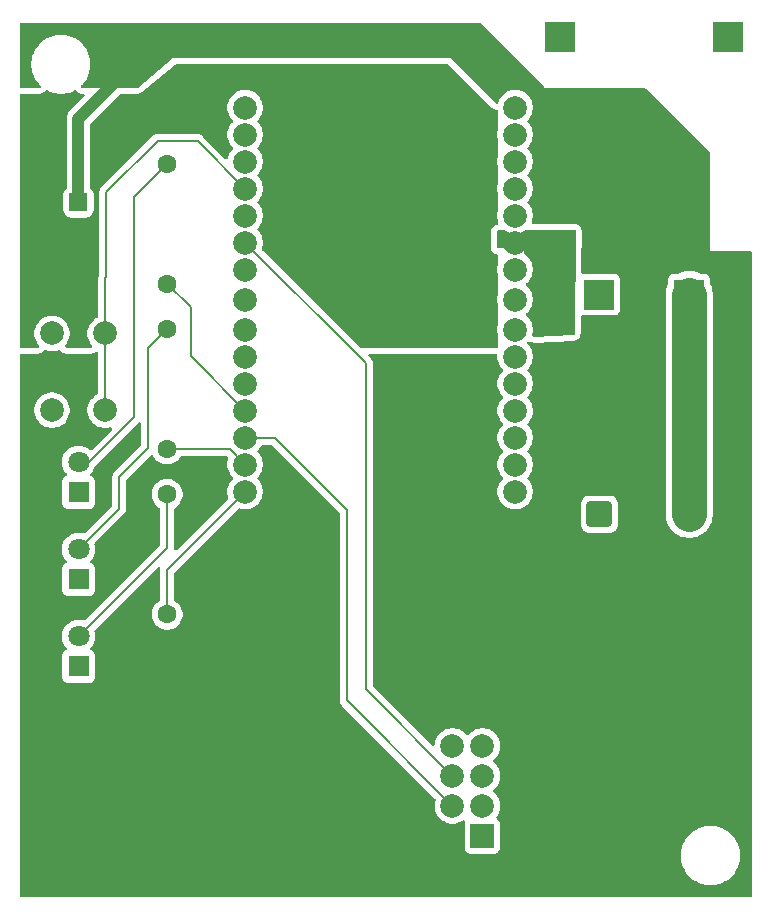
<source format=gbr>
%TF.GenerationSoftware,KiCad,Pcbnew,9.0.3*%
%TF.CreationDate,2025-09-06T14:30:13+03:00*%
%TF.ProjectId,ble_jammer_2.4ghz,626c655f-6a61-46d6-9d65-725f322e3467,rev?*%
%TF.SameCoordinates,Original*%
%TF.FileFunction,Copper,L1,Top*%
%TF.FilePolarity,Positive*%
%FSLAX46Y46*%
G04 Gerber Fmt 4.6, Leading zero omitted, Abs format (unit mm)*
G04 Created by KiCad (PCBNEW 9.0.3) date 2025-09-06 14:30:13*
%MOMM*%
%LPD*%
G01*
G04 APERTURE LIST*
G04 Aperture macros list*
%AMRoundRect*
0 Rectangle with rounded corners*
0 $1 Rounding radius*
0 $2 $3 $4 $5 $6 $7 $8 $9 X,Y pos of 4 corners*
0 Add a 4 corners polygon primitive as box body*
4,1,4,$2,$3,$4,$5,$6,$7,$8,$9,$2,$3,0*
0 Add four circle primitives for the rounded corners*
1,1,$1+$1,$2,$3*
1,1,$1+$1,$4,$5*
1,1,$1+$1,$6,$7*
1,1,$1+$1,$8,$9*
0 Add four rect primitives between the rounded corners*
20,1,$1+$1,$2,$3,$4,$5,0*
20,1,$1+$1,$4,$5,$6,$7,0*
20,1,$1+$1,$6,$7,$8,$9,0*
20,1,$1+$1,$8,$9,$2,$3,0*%
G04 Aperture macros list end*
%TA.AperFunction,SMDPad,CuDef*%
%ADD10RoundRect,0.250000X-0.825000X-0.825000X0.825000X-0.825000X0.825000X0.825000X-0.825000X0.825000X0*%
%TD*%
%TA.AperFunction,ComponentPad*%
%ADD11R,1.800000X1.800000*%
%TD*%
%TA.AperFunction,ComponentPad*%
%ADD12C,1.800000*%
%TD*%
%TA.AperFunction,ComponentPad*%
%ADD13C,2.000000*%
%TD*%
%TA.AperFunction,ComponentPad*%
%ADD14C,1.600000*%
%TD*%
%TA.AperFunction,ComponentPad*%
%ADD15RoundRect,0.250000X-0.550000X0.550000X-0.550000X-0.550000X0.550000X-0.550000X0.550000X0.550000X0*%
%TD*%
%TA.AperFunction,ComponentPad*%
%ADD16R,2.000000X2.000000*%
%TD*%
%TA.AperFunction,ComponentPad*%
%ADD17R,2.540000X2.540000*%
%TD*%
%TA.AperFunction,Conductor*%
%ADD18C,0.200000*%
%TD*%
%TA.AperFunction,Conductor*%
%ADD19C,1.000000*%
%TD*%
%TA.AperFunction,Conductor*%
%ADD20C,3.000000*%
%TD*%
G04 APERTURE END LIST*
D10*
%TO.P,B-,1,Pin_1*%
%TO.N,Net-(J2-Pin_1)*%
X91600000Y-80600000D03*
%TD*%
%TO.P,B+,1,Pin_1*%
%TO.N,Net-(J1-Pin_1)*%
X99200000Y-80600000D03*
%TD*%
D11*
%TO.P,D3,1,K*%
%TO.N,Net-(A1-GND)_1*%
X47500269Y-93470048D03*
D12*
%TO.P,D3,2,A*%
%TO.N,Net-(D3-A)*%
X47500269Y-90930048D03*
%TD*%
D11*
%TO.P,D2,1,K*%
%TO.N,Net-(A1-GND)_1*%
X47500269Y-86097548D03*
D12*
%TO.P,D2,2,A*%
%TO.N,Net-(D2-A)*%
X47500269Y-83557548D03*
%TD*%
%TO.P,D1,2,A*%
%TO.N,Net-(D1-A)*%
X47500269Y-76185048D03*
D11*
%TO.P,D1,1,K*%
%TO.N,Net-(A1-GND)_1*%
X47500269Y-78725048D03*
%TD*%
D13*
%TO.P,SW1,2,2*%
%TO.N,Net-(A1-RX)*%
X49750269Y-65292548D03*
X49750269Y-71792548D03*
%TO.P,SW1,1,1*%
%TO.N,Net-(A1-GND)_1*%
X45250269Y-65292548D03*
X45250269Y-71792548D03*
%TD*%
D14*
%TO.P,SW2,2,B*%
%TO.N,Net-(A1-Vin)*%
X47487769Y-61800048D03*
D15*
%TO.P,SW2,1,A*%
%TO.N,Net-(A2-VCC)*%
X47487769Y-54180048D03*
%TD*%
D16*
%TO.P,nRF24L01+,1,GND*%
%TO.N,Net-(A1-GND)_1*%
X81692000Y-107826000D03*
D13*
%TO.P,nRF24L01+,2,VCC*%
%TO.N,Net-(A2-VCC)*%
X79152000Y-107826000D03*
%TO.P,nRF24L01+,3,CE*%
%TO.N,Net-(A1-D4)*%
X81692000Y-105286000D03*
%TO.P,nRF24L01+,4,CNS*%
%TO.N,Net-(A1-D2)*%
X79152000Y-105286000D03*
%TO.P,nRF24L01+,5,SCK*%
%TO.N,Net-(A1-D5)*%
X81692000Y-102746000D03*
%TO.P,nRF24L01+,6,MOSI*%
%TO.N,Net-(A1-D7)*%
X79152000Y-102746000D03*
%TO.P,nRF24L01+,7,MISO*%
%TO.N,Net-(A1-D6)*%
X81692000Y-100206000D03*
%TO.P,nRF24L01+,8,IRQ*%
%TO.N,unconnected-(A2-IRQ-Pad8)*%
X79152000Y-100206000D03*
%TD*%
%TO.P,ESP8266,1,3V3*%
%TO.N,unconnected-(A1-3V3-Pad1)*%
X61600000Y-46174000D03*
X61600000Y-67256000D03*
X84460000Y-55318000D03*
%TO.P,ESP8266,2,Vin*%
%TO.N,Net-(A1-Vin)*%
X84460000Y-46174000D03*
%TO.P,ESP8266,3,GND*%
%TO.N,Net-(A1-GND)_1*%
X61600000Y-48460000D03*
X61600000Y-64970000D03*
X84460000Y-48460000D03*
X84460000Y-57604000D03*
%TO.P,ESP8266,5,TX*%
%TO.N,unconnected-(A1-TX-Pad5)*%
X61600000Y-50746000D03*
%TO.P,ESP8266,6,RST*%
%TO.N,unconnected-(A1-RST-Pad6)*%
X84460000Y-50746000D03*
%TO.P,ESP8266,7,RX*%
%TO.N,Net-(A1-RX)*%
X61600000Y-53032000D03*
%TO.P,ESP8266,8,EN*%
%TO.N,unconnected-(A1-EN-Pad8)*%
X84460000Y-53032000D03*
%TO.P,ESP8266,9,D8*%
%TO.N,unconnected-(A1-D8-Pad9)*%
X61600000Y-55318000D03*
%TO.P,ESP8266,11,D7*%
%TO.N,Net-(A1-D7)*%
X61600000Y-57604000D03*
%TO.P,ESP8266,13,D6*%
%TO.N,Net-(A1-D6)*%
X61600000Y-59890000D03*
%TO.P,ESP8266,14,CLK*%
%TO.N,unconnected-(A1-CLK-Pad14)*%
X84460000Y-59890000D03*
%TO.P,ESP8266,15,D5*%
%TO.N,Net-(A1-D5)*%
X61600000Y-62430000D03*
%TO.P,ESP8266,16,SD0*%
%TO.N,unconnected-(A1-SD0-Pad16)*%
X84460000Y-62430000D03*
%TO.P,ESP8266,18,CMD*%
%TO.N,unconnected-(A1-CMD-Pad18)*%
X84460000Y-64970000D03*
%TO.P,ESP8266,20,SD1*%
%TO.N,unconnected-(A1-SD1-Pad20)*%
X84460000Y-67256000D03*
%TO.P,ESP8266,21,D4*%
%TO.N,Net-(A1-D4)*%
X61600000Y-69542000D03*
%TO.P,ESP8266,22,SD2*%
%TO.N,unconnected-(A1-SD2-Pad22)*%
X84460000Y-69542000D03*
%TO.P,ESP8266,23,D3*%
%TO.N,Net-(A1-D3)*%
X61600000Y-71828000D03*
%TO.P,ESP8266,24,SD3*%
%TO.N,unconnected-(A1-SD3-Pad24)*%
X84460000Y-71828000D03*
%TO.P,ESP8266,25,D2*%
%TO.N,Net-(A1-D2)*%
X61600000Y-74114000D03*
%TO.P,ESP8266,26,RSV*%
%TO.N,unconnected-(A1-RSV-Pad26)*%
X84460000Y-74114000D03*
%TO.P,ESP8266,27,D1*%
%TO.N,Net-(A1-D1)*%
X61600000Y-76400000D03*
%TO.P,ESP8266,28,RSV*%
%TO.N,unconnected-(A1-RSV-Pad28)*%
X84460000Y-76400000D03*
%TO.P,ESP8266,29,D0*%
%TO.N,Net-(A1-D0)*%
X61600000Y-78686000D03*
%TO.P,ESP8266,30,A0*%
%TO.N,unconnected-(A1-A0-Pad30)*%
X84460000Y-78686000D03*
%TD*%
D17*
%TO.P,TO4056,1,+*%
%TO.N,unconnected-(U1-+-Pad1)*%
X102500000Y-40156000D03*
%TO.P,TO4056,2,OUT+*%
%TO.N,Net-(A2-VCC)*%
X102500000Y-62000000D03*
%TO.P,TO4056,3,B+*%
%TO.N,Net-(J1-Pin_1)*%
X99198000Y-62000000D03*
%TO.P,TO4056,4,-*%
%TO.N,unconnected-(U1---Pad4)*%
X88276000Y-40156000D03*
%TO.P,TO4056,5,B-*%
%TO.N,Net-(J2-Pin_1)*%
X91578000Y-62000000D03*
%TO.P,TO4056,6,OUT-*%
%TO.N,Net-(A1-GND)_1*%
X88276000Y-62000000D03*
%TD*%
D14*
%TO.P,R2,1*%
%TO.N,Net-(A1-D1)*%
X55000000Y-75080000D03*
%TO.P,R2,2*%
%TO.N,Net-(D2-A)*%
X55000000Y-64920000D03*
%TD*%
%TO.P,R1,1*%
%TO.N,Net-(A1-D3)*%
X55000000Y-61080000D03*
%TO.P,R1,2*%
%TO.N,Net-(D1-A)*%
X55000000Y-50920000D03*
%TD*%
%TO.P,R3,1*%
%TO.N,Net-(A1-D0)*%
X55000000Y-89080000D03*
%TO.P,R3,2*%
%TO.N,Net-(D3-A)*%
X55000000Y-78920000D03*
%TD*%
D18*
%TO.N,Net-(D3-A)*%
X55000000Y-83430317D02*
X47500269Y-90930048D01*
X55000000Y-78920000D02*
X55000000Y-83430317D01*
%TO.N,Net-(D2-A)*%
X50929952Y-77470048D02*
X50929952Y-80127865D01*
X53400000Y-75000000D02*
X50929952Y-77470048D01*
X50929952Y-80127865D02*
X47500269Y-83557548D01*
X53400000Y-66520000D02*
X53400000Y-75000000D01*
X55000000Y-64920000D02*
X53400000Y-66520000D01*
%TO.N,Net-(D1-A)*%
X48414952Y-76185048D02*
X47500269Y-76185048D01*
X52200000Y-72400000D02*
X48414952Y-76185048D01*
X52200000Y-53720000D02*
X52200000Y-72400000D01*
X55000000Y-50920000D02*
X52200000Y-53720000D01*
D19*
%TO.N,Net-(A2-VCC)*%
X47487769Y-47112231D02*
X51400000Y-43200000D01*
X47487769Y-54180048D02*
X47487769Y-47112231D01*
D18*
%TO.N,Net-(A1-RX)*%
X54200000Y-49000000D02*
X57568000Y-49000000D01*
X49850000Y-53350000D02*
X54200000Y-49000000D01*
X49850000Y-60540431D02*
X49850000Y-53350000D01*
X49750269Y-65292548D02*
X49750269Y-60640162D01*
X57568000Y-49000000D02*
X61600000Y-53032000D01*
X49750269Y-60640162D02*
X49850000Y-60540431D01*
X49750269Y-65292548D02*
X49750269Y-71792548D01*
%TO.N,Net-(A1-D3)*%
X57000000Y-67228000D02*
X61600000Y-71828000D01*
X57000000Y-63080000D02*
X57000000Y-67228000D01*
X55000000Y-61080000D02*
X57000000Y-63080000D01*
%TO.N,Net-(A1-D1)*%
X60280000Y-75080000D02*
X61600000Y-76400000D01*
X55000000Y-75080000D02*
X60280000Y-75080000D01*
%TO.N,Net-(A1-D0)*%
X55000000Y-85286000D02*
X61600000Y-78686000D01*
X55000000Y-89080000D02*
X55000000Y-85286000D01*
D20*
%TO.N,Net-(J1-Pin_1)*%
X99198000Y-62000000D02*
X99198000Y-80598000D01*
D18*
X99198000Y-80598000D02*
X99200000Y-80600000D01*
%TO.N,Net-(J2-Pin_1)*%
X91600000Y-62022000D02*
X91578000Y-62000000D01*
%TO.N,Net-(A1-D2)*%
X70200000Y-80200000D02*
X70200000Y-96334000D01*
X70200000Y-96334000D02*
X79152000Y-105286000D01*
X64114000Y-74114000D02*
X70200000Y-80200000D01*
X61600000Y-74114000D02*
X64114000Y-74114000D01*
%TO.N,Net-(A1-D7)*%
X71800000Y-95394000D02*
X71800000Y-67804000D01*
X71800000Y-67804000D02*
X61600000Y-57604000D01*
X79152000Y-102746000D02*
X71800000Y-95394000D01*
%TD*%
%TA.AperFunction,Conductor*%
%TO.N,Net-(A1-Vin)*%
G36*
X78806293Y-42525185D02*
G01*
X78826935Y-42541819D01*
X82453296Y-46168180D01*
X82453308Y-46168190D01*
X82516527Y-46221797D01*
X82516550Y-46221815D01*
X82549502Y-46245398D01*
X82549511Y-46245405D01*
X82582067Y-46264878D01*
X82620665Y-46287967D01*
X82757503Y-46332429D01*
X82826349Y-46344344D01*
X82826352Y-46344345D01*
X82880753Y-46345899D01*
X82881795Y-46345948D01*
X82913831Y-46357005D01*
X82945990Y-46367454D01*
X82946731Y-46368361D01*
X82947841Y-46368744D01*
X82968793Y-46395341D01*
X82990219Y-46421543D01*
X82990490Y-46422883D01*
X82991078Y-46423629D01*
X82991473Y-46427734D01*
X83000000Y-46469813D01*
X83000000Y-48079155D01*
X82997083Y-48103800D01*
X82997209Y-48103820D01*
X82996704Y-48107002D01*
X82996576Y-48108092D01*
X82996447Y-48108626D01*
X82959500Y-48341902D01*
X82959500Y-48578097D01*
X82996445Y-48811359D01*
X82996573Y-48811891D01*
X82996701Y-48812977D01*
X82997209Y-48816181D01*
X82997083Y-48816200D01*
X83000000Y-48840843D01*
X83000000Y-50365155D01*
X82997083Y-50389800D01*
X82997209Y-50389820D01*
X82996704Y-50393002D01*
X82996576Y-50394092D01*
X82996447Y-50394626D01*
X82959500Y-50627902D01*
X82959500Y-50864097D01*
X82996445Y-51097359D01*
X82996573Y-51097891D01*
X82996701Y-51098977D01*
X82997209Y-51102181D01*
X82997083Y-51102200D01*
X83000000Y-51126843D01*
X83000000Y-52651155D01*
X82997083Y-52675800D01*
X82997209Y-52675820D01*
X82996704Y-52679002D01*
X82996576Y-52680092D01*
X82996447Y-52680626D01*
X82959500Y-52913902D01*
X82959500Y-53150097D01*
X82996445Y-53383359D01*
X82996573Y-53383891D01*
X82996701Y-53384977D01*
X82997209Y-53388181D01*
X82997083Y-53388200D01*
X83000000Y-53412843D01*
X83000000Y-54937155D01*
X82997083Y-54961800D01*
X82997209Y-54961820D01*
X82996704Y-54965002D01*
X82996576Y-54966092D01*
X82996447Y-54966626D01*
X82959500Y-55199902D01*
X82959500Y-55436097D01*
X82996445Y-55669359D01*
X82996573Y-55669891D01*
X82996701Y-55670977D01*
X82997209Y-55674181D01*
X82997083Y-55674200D01*
X83000000Y-55698843D01*
X83000000Y-55962473D01*
X82980315Y-56029512D01*
X82927511Y-56075267D01*
X82903050Y-56083487D01*
X82862213Y-56092614D01*
X82762496Y-56126120D01*
X82641462Y-56203904D01*
X82641451Y-56203913D01*
X82588659Y-56249657D01*
X82494433Y-56358398D01*
X82494430Y-56358402D01*
X82434664Y-56489268D01*
X82414976Y-56556316D01*
X82394500Y-56698735D01*
X82394500Y-57976162D01*
X82406052Y-58083604D01*
X82406054Y-58083614D01*
X82417258Y-58135116D01*
X82451387Y-58237660D01*
X82529171Y-58358692D01*
X82529173Y-58358696D01*
X82572067Y-58408198D01*
X82573466Y-58409933D01*
X82574925Y-58411498D01*
X82574930Y-58411502D01*
X82574933Y-58411506D01*
X82683671Y-58505726D01*
X82749110Y-58535610D01*
X82814545Y-58565493D01*
X82814546Y-58565493D01*
X82814550Y-58565495D01*
X82881590Y-58585179D01*
X82881599Y-58585180D01*
X82881602Y-58585181D01*
X82893643Y-58586912D01*
X82957200Y-58615934D01*
X82994976Y-58674711D01*
X83000000Y-58709650D01*
X83000000Y-59509155D01*
X82997083Y-59533800D01*
X82997209Y-59533820D01*
X82996704Y-59537002D01*
X82996576Y-59538092D01*
X82996447Y-59538626D01*
X82959500Y-59771902D01*
X82959500Y-60008097D01*
X82996445Y-60241359D01*
X82996573Y-60241891D01*
X82996701Y-60242977D01*
X82997209Y-60246181D01*
X82997083Y-60246200D01*
X83000000Y-60270843D01*
X83000000Y-62049155D01*
X82997083Y-62073800D01*
X82997209Y-62073820D01*
X82996704Y-62077002D01*
X82996576Y-62078092D01*
X82996447Y-62078626D01*
X82959500Y-62311902D01*
X82959500Y-62548097D01*
X82996445Y-62781359D01*
X82996573Y-62781891D01*
X82996701Y-62782977D01*
X82997209Y-62786181D01*
X82997083Y-62786200D01*
X83000000Y-62810843D01*
X83000000Y-64589155D01*
X82997083Y-64613800D01*
X82997209Y-64613820D01*
X82996704Y-64617002D01*
X82996576Y-64618092D01*
X82996447Y-64618626D01*
X82959500Y-64851902D01*
X82959500Y-65088097D01*
X82996445Y-65321359D01*
X82996573Y-65321891D01*
X82996701Y-65322977D01*
X82997209Y-65326181D01*
X82997083Y-65326200D01*
X83000000Y-65350843D01*
X83000000Y-66376000D01*
X82980315Y-66443039D01*
X82927511Y-66488794D01*
X82876000Y-66500000D01*
X71396597Y-66500000D01*
X71329558Y-66480315D01*
X71308916Y-66463681D01*
X63052798Y-58207563D01*
X63019313Y-58146240D01*
X63022547Y-58081566D01*
X63063553Y-57955368D01*
X63083705Y-57828126D01*
X63100500Y-57722097D01*
X63100500Y-57485902D01*
X63063553Y-57252631D01*
X62990566Y-57028003D01*
X62883342Y-56817566D01*
X62744517Y-56626490D01*
X62666708Y-56548681D01*
X62633223Y-56487358D01*
X62638207Y-56417666D01*
X62666708Y-56373319D01*
X62681629Y-56358398D01*
X62744517Y-56295510D01*
X62883343Y-56104433D01*
X62990568Y-55893992D01*
X63063553Y-55669368D01*
X63063554Y-55669359D01*
X63100500Y-55436097D01*
X63100500Y-55199902D01*
X63063553Y-54966631D01*
X63002931Y-54780057D01*
X62990568Y-54742008D01*
X62990566Y-54742005D01*
X62990566Y-54742003D01*
X62883342Y-54531566D01*
X62744517Y-54340490D01*
X62666708Y-54262681D01*
X62633223Y-54201358D01*
X62638207Y-54131666D01*
X62666708Y-54087319D01*
X62744517Y-54009510D01*
X62883343Y-53818433D01*
X62990568Y-53607992D01*
X63063553Y-53383368D01*
X63081359Y-53270945D01*
X63100500Y-53150097D01*
X63100500Y-52913902D01*
X63063553Y-52680631D01*
X63001534Y-52489758D01*
X62990568Y-52456008D01*
X62990566Y-52456005D01*
X62990566Y-52456003D01*
X62883342Y-52245566D01*
X62744517Y-52054490D01*
X62666708Y-51976681D01*
X62633223Y-51915358D01*
X62638207Y-51845666D01*
X62666708Y-51801319D01*
X62700814Y-51767213D01*
X62744517Y-51723510D01*
X62883343Y-51532433D01*
X62990568Y-51321992D01*
X63063553Y-51097368D01*
X63063554Y-51097359D01*
X63100500Y-50864097D01*
X63100500Y-50627902D01*
X63063553Y-50394631D01*
X62990566Y-50170003D01*
X62883342Y-49959566D01*
X62744517Y-49768490D01*
X62666708Y-49690681D01*
X62633223Y-49629358D01*
X62638207Y-49559666D01*
X62666708Y-49515319D01*
X62744517Y-49437510D01*
X62883343Y-49246433D01*
X62990568Y-49035992D01*
X63063553Y-48811368D01*
X63063554Y-48811359D01*
X63100500Y-48578097D01*
X63100500Y-48341902D01*
X63063553Y-48108631D01*
X62990566Y-47884003D01*
X62883342Y-47673566D01*
X62744517Y-47482490D01*
X62666708Y-47404681D01*
X62633223Y-47343358D01*
X62638207Y-47273666D01*
X62666708Y-47229319D01*
X62744517Y-47151510D01*
X62883343Y-46960433D01*
X62990568Y-46749992D01*
X63063553Y-46525368D01*
X63082302Y-46406992D01*
X63100500Y-46292097D01*
X63100500Y-46055902D01*
X63063553Y-45822631D01*
X62990566Y-45598003D01*
X62897351Y-45415060D01*
X62883343Y-45387567D01*
X62744517Y-45196490D01*
X62577510Y-45029483D01*
X62386433Y-44890657D01*
X62365408Y-44879944D01*
X62175996Y-44783433D01*
X61951368Y-44710446D01*
X61718097Y-44673500D01*
X61718092Y-44673500D01*
X61481908Y-44673500D01*
X61481903Y-44673500D01*
X61248631Y-44710446D01*
X61024003Y-44783433D01*
X60813566Y-44890657D01*
X60714228Y-44962831D01*
X60622490Y-45029483D01*
X60622488Y-45029485D01*
X60622487Y-45029485D01*
X60455485Y-45196487D01*
X60455485Y-45196488D01*
X60455483Y-45196490D01*
X60450391Y-45203499D01*
X60316657Y-45387566D01*
X60209433Y-45598003D01*
X60136446Y-45822631D01*
X60099500Y-46055902D01*
X60099500Y-46292097D01*
X60136446Y-46525368D01*
X60209433Y-46749996D01*
X60314408Y-46956019D01*
X60316657Y-46960433D01*
X60455483Y-47151510D01*
X60455485Y-47151512D01*
X60533292Y-47229319D01*
X60566777Y-47290642D01*
X60561793Y-47360334D01*
X60533292Y-47404681D01*
X60455485Y-47482487D01*
X60455485Y-47482488D01*
X60455483Y-47482490D01*
X60434788Y-47510974D01*
X60316657Y-47673566D01*
X60209433Y-47884003D01*
X60136446Y-48108631D01*
X60099500Y-48341902D01*
X60099500Y-48578097D01*
X60136446Y-48811368D01*
X60209433Y-49035996D01*
X60316657Y-49246433D01*
X60455483Y-49437510D01*
X60455485Y-49437512D01*
X60533292Y-49515319D01*
X60566777Y-49576642D01*
X60561793Y-49646334D01*
X60533292Y-49690681D01*
X60455485Y-49768487D01*
X60455485Y-49768488D01*
X60455483Y-49768490D01*
X60395862Y-49850550D01*
X60316657Y-49959566D01*
X60209433Y-50170003D01*
X60136447Y-50394629D01*
X60130137Y-50434467D01*
X60100206Y-50497601D01*
X60040894Y-50534532D01*
X59971031Y-50533532D01*
X59919983Y-50502748D01*
X58055590Y-48638355D01*
X58055588Y-48638352D01*
X57936717Y-48519481D01*
X57936716Y-48519480D01*
X57849904Y-48469360D01*
X57849904Y-48469359D01*
X57849900Y-48469358D01*
X57799785Y-48440423D01*
X57647057Y-48399499D01*
X57488943Y-48399499D01*
X57481347Y-48399499D01*
X57481331Y-48399500D01*
X54286669Y-48399500D01*
X54286653Y-48399499D01*
X54279057Y-48399499D01*
X54120943Y-48399499D01*
X54013587Y-48428265D01*
X53968210Y-48440424D01*
X53968209Y-48440425D01*
X53918096Y-48469359D01*
X53918095Y-48469360D01*
X53874689Y-48494420D01*
X53831285Y-48519479D01*
X53831282Y-48519481D01*
X49369479Y-52981284D01*
X49346733Y-53020682D01*
X49337119Y-53037336D01*
X49326633Y-53055498D01*
X49290423Y-53118214D01*
X49290423Y-53118215D01*
X49249499Y-53270943D01*
X49249499Y-53270945D01*
X49249499Y-53439046D01*
X49249500Y-53439059D01*
X49249500Y-60273292D01*
X49245350Y-60288780D01*
X49246005Y-60302523D01*
X49232889Y-60335289D01*
X49219631Y-60358254D01*
X49219628Y-60358258D01*
X49190694Y-60408371D01*
X49190693Y-60408372D01*
X49190692Y-60408377D01*
X49149768Y-60561105D01*
X49149768Y-60561107D01*
X49149768Y-60729208D01*
X49149769Y-60729221D01*
X49149769Y-63838479D01*
X49130084Y-63905518D01*
X49082065Y-63948963D01*
X48963837Y-64009203D01*
X48830165Y-64106322D01*
X48772759Y-64148031D01*
X48772757Y-64148033D01*
X48772756Y-64148033D01*
X48605754Y-64315035D01*
X48605754Y-64315036D01*
X48605752Y-64315038D01*
X48559069Y-64379292D01*
X48466926Y-64506114D01*
X48359702Y-64716551D01*
X48286715Y-64941179D01*
X48249769Y-65174450D01*
X48249769Y-65410645D01*
X48286715Y-65643916D01*
X48359702Y-65868544D01*
X48456533Y-66058583D01*
X48466926Y-66078981D01*
X48605752Y-66270058D01*
X48605754Y-66270060D01*
X48624013Y-66288319D01*
X48657498Y-66349642D01*
X48652514Y-66419334D01*
X48610642Y-66475267D01*
X48545178Y-66499684D01*
X48536332Y-66500000D01*
X46464206Y-66500000D01*
X46397167Y-66480315D01*
X46351412Y-66427511D01*
X46341468Y-66358353D01*
X46370493Y-66294797D01*
X46376525Y-66288319D01*
X46376629Y-66288215D01*
X46394786Y-66270058D01*
X46533612Y-66078981D01*
X46640837Y-65868540D01*
X46713822Y-65643916D01*
X46744049Y-65453071D01*
X46750769Y-65410645D01*
X46750769Y-65174450D01*
X46713822Y-64941179D01*
X46640835Y-64716551D01*
X46533611Y-64506114D01*
X46394786Y-64315038D01*
X46227779Y-64148031D01*
X46036702Y-64009205D01*
X46003891Y-63992487D01*
X45826265Y-63901981D01*
X45601637Y-63828994D01*
X45368366Y-63792048D01*
X45368361Y-63792048D01*
X45132177Y-63792048D01*
X45132172Y-63792048D01*
X44898900Y-63828994D01*
X44674272Y-63901981D01*
X44463835Y-64009205D01*
X44354819Y-64088410D01*
X44272759Y-64148031D01*
X44272757Y-64148033D01*
X44272756Y-64148033D01*
X44105754Y-64315035D01*
X44105754Y-64315036D01*
X44105752Y-64315038D01*
X44059069Y-64379292D01*
X43966926Y-64506114D01*
X43859702Y-64716551D01*
X43786715Y-64941179D01*
X43749769Y-65174450D01*
X43749769Y-65410645D01*
X43786715Y-65643916D01*
X43859702Y-65868544D01*
X43956533Y-66058583D01*
X43966926Y-66078981D01*
X44105752Y-66270058D01*
X44105754Y-66270060D01*
X44124013Y-66288319D01*
X44157498Y-66349642D01*
X44152514Y-66419334D01*
X44110642Y-66475267D01*
X44045178Y-66499684D01*
X44036332Y-66500000D01*
X42624500Y-66500000D01*
X42557461Y-66480315D01*
X42511706Y-66427511D01*
X42500500Y-66376000D01*
X42500500Y-45129500D01*
X42520185Y-45062461D01*
X42572989Y-45016706D01*
X42624500Y-45005500D01*
X44164416Y-45005500D01*
X44182398Y-45005179D01*
X44182408Y-45005178D01*
X44182443Y-45005178D01*
X44191289Y-45004862D01*
X44209306Y-45003896D01*
X44349898Y-44973312D01*
X44415362Y-44948895D01*
X44541637Y-44879944D01*
X44643377Y-44778207D01*
X44668167Y-44745092D01*
X44724099Y-44703221D01*
X44793791Y-44698237D01*
X44821235Y-44707683D01*
X44826975Y-44710447D01*
X45041592Y-44813801D01*
X45172444Y-44859588D01*
X45306670Y-44906556D01*
X45306682Y-44906560D01*
X45580491Y-44969055D01*
X45580497Y-44969055D01*
X45580505Y-44969057D01*
X45766547Y-44990018D01*
X45859569Y-45000499D01*
X45859572Y-45000500D01*
X45859575Y-45000500D01*
X46140428Y-45000500D01*
X46140429Y-45000499D01*
X46283055Y-44984429D01*
X46419494Y-44969057D01*
X46419499Y-44969056D01*
X46419509Y-44969055D01*
X46693318Y-44906560D01*
X46958408Y-44813801D01*
X47178709Y-44707709D01*
X47247647Y-44696358D01*
X47311782Y-44724080D01*
X47336823Y-44752389D01*
X47340778Y-44758543D01*
X47340782Y-44758548D01*
X47386526Y-44811340D01*
X47386529Y-44811343D01*
X47386533Y-44811347D01*
X47495267Y-44905567D01*
X47495270Y-44905568D01*
X47495271Y-44905569D01*
X47620656Y-44962832D01*
X47626144Y-44965338D01*
X47693183Y-44985023D01*
X47693187Y-44985024D01*
X47835603Y-45005500D01*
X47880218Y-45005500D01*
X47947257Y-45025185D01*
X47993012Y-45077989D01*
X48002956Y-45147147D01*
X47973931Y-45210703D01*
X47967901Y-45217178D01*
X46849990Y-46335089D01*
X46849987Y-46335092D01*
X46789738Y-46395341D01*
X46710628Y-46474450D01*
X46601140Y-46638311D01*
X46601135Y-46638320D01*
X46577455Y-46695491D01*
X46525719Y-46820392D01*
X46525716Y-46820402D01*
X46515477Y-46871878D01*
X46515477Y-46871879D01*
X46487269Y-47013687D01*
X46487269Y-52967817D01*
X46467584Y-53034856D01*
X46450951Y-53055498D01*
X46345056Y-53161393D01*
X46252956Y-53310711D01*
X46252955Y-53310714D01*
X46197770Y-53477251D01*
X46197770Y-53477252D01*
X46197769Y-53477252D01*
X46187269Y-53580031D01*
X46187269Y-54780049D01*
X46187270Y-54780066D01*
X46197769Y-54882844D01*
X46197770Y-54882847D01*
X46224994Y-54965002D01*
X46252955Y-55049382D01*
X46345057Y-55198704D01*
X46469113Y-55322760D01*
X46618435Y-55414862D01*
X46784972Y-55470047D01*
X46887760Y-55480548D01*
X48087777Y-55480547D01*
X48190566Y-55470047D01*
X48357103Y-55414862D01*
X48506425Y-55322760D01*
X48630481Y-55198704D01*
X48722583Y-55049382D01*
X48777768Y-54882845D01*
X48788269Y-54780057D01*
X48788268Y-53580040D01*
X48777768Y-53477251D01*
X48722583Y-53310714D01*
X48630481Y-53161392D01*
X48524587Y-53055498D01*
X48491103Y-52994175D01*
X48488269Y-52967817D01*
X48488269Y-47578013D01*
X48507954Y-47510974D01*
X48524588Y-47490332D01*
X50973101Y-45041819D01*
X51034424Y-45008334D01*
X51060782Y-45005500D01*
X52455103Y-45005500D01*
X52455106Y-45005500D01*
X52486309Y-45004536D01*
X52501589Y-45003591D01*
X52509597Y-45002846D01*
X52532674Y-45000703D01*
X52532676Y-45000702D01*
X52532679Y-45000702D01*
X52671486Y-44962832D01*
X52735589Y-44935036D01*
X52858102Y-44859595D01*
X55648527Y-42534241D01*
X55712630Y-42506445D01*
X55727910Y-42505500D01*
X78739254Y-42505500D01*
X78806293Y-42525185D01*
G37*
%TD.AperFunction*%
%TD*%
%TA.AperFunction,Conductor*%
%TO.N,Net-(A2-VCC)*%
G36*
X81516177Y-39020185D02*
G01*
X81536819Y-39036819D01*
X87000000Y-44500000D01*
X95337369Y-44500000D01*
X95404408Y-44519685D01*
X95424154Y-44535433D01*
X100962794Y-49963537D01*
X100996894Y-50024517D01*
X101000000Y-50052095D01*
X101000000Y-61122856D01*
X100996043Y-61113303D01*
X100982604Y-61090026D01*
X100980457Y-61085498D01*
X100977159Y-61064689D01*
X100968499Y-61032369D01*
X100968499Y-60682129D01*
X100968498Y-60682123D01*
X100968497Y-60682116D01*
X100962091Y-60622517D01*
X100960961Y-60619488D01*
X100911797Y-60487671D01*
X100911793Y-60487664D01*
X100825547Y-60372455D01*
X100825544Y-60372452D01*
X100710335Y-60286206D01*
X100710328Y-60286202D01*
X100575482Y-60235908D01*
X100575483Y-60235908D01*
X100515883Y-60229501D01*
X100515881Y-60229500D01*
X100515873Y-60229500D01*
X100515865Y-60229500D01*
X100165628Y-60229500D01*
X100103629Y-60212887D01*
X100084697Y-60201957D01*
X100084691Y-60201954D01*
X100084690Y-60201953D01*
X99842428Y-60101605D01*
X99842421Y-60101603D01*
X99842419Y-60101602D01*
X99589116Y-60033730D01*
X99531339Y-60026123D01*
X99329127Y-59999500D01*
X99329120Y-59999500D01*
X99066880Y-59999500D01*
X99066872Y-59999500D01*
X98835772Y-60029926D01*
X98806884Y-60033730D01*
X98604218Y-60088034D01*
X98553581Y-60101602D01*
X98553571Y-60101605D01*
X98311306Y-60201955D01*
X98311294Y-60201961D01*
X98292368Y-60212888D01*
X98230370Y-60229500D01*
X97880130Y-60229500D01*
X97880123Y-60229501D01*
X97820516Y-60235908D01*
X97685671Y-60286202D01*
X97685664Y-60286206D01*
X97570455Y-60372452D01*
X97570452Y-60372455D01*
X97484206Y-60487664D01*
X97484202Y-60487671D01*
X97433908Y-60622517D01*
X97428112Y-60676433D01*
X97427501Y-60682123D01*
X97427500Y-60682135D01*
X97427500Y-61032370D01*
X97410889Y-61094367D01*
X97399957Y-61113301D01*
X97399953Y-61113309D01*
X97299605Y-61355571D01*
X97299602Y-61355581D01*
X97273636Y-61452490D01*
X97231730Y-61608885D01*
X97197500Y-61868872D01*
X97197500Y-63500000D01*
X96500000Y-63500000D01*
X96500000Y-61000000D01*
X95000000Y-59500000D01*
X90069880Y-59500000D01*
X90098279Y-56631732D01*
X90086674Y-56518916D01*
X90083879Y-56506116D01*
X90074885Y-56464908D01*
X90074882Y-56464900D01*
X90074882Y-56464898D01*
X90050116Y-56391964D01*
X90038415Y-56357504D01*
X90038411Y-56357497D01*
X89959260Y-56237362D01*
X89959258Y-56237359D01*
X89959256Y-56237357D01*
X89959255Y-56237355D01*
X89936509Y-56211700D01*
X89912908Y-56185080D01*
X89912895Y-56185068D01*
X89803107Y-56092098D01*
X89671557Y-56033818D01*
X89671553Y-56033817D01*
X89607144Y-56015697D01*
X89605250Y-56015115D01*
X89604302Y-56014897D01*
X89604297Y-56014896D01*
X89604296Y-56014896D01*
X89461657Y-55996040D01*
X89461656Y-55996040D01*
X85976620Y-56035641D01*
X85909361Y-56016719D01*
X85863009Y-55964439D01*
X85852281Y-55895398D01*
X85857276Y-55873345D01*
X85923553Y-55669368D01*
X85960500Y-55436097D01*
X85960500Y-55199902D01*
X85923553Y-54966631D01*
X85850566Y-54742003D01*
X85743342Y-54531566D01*
X85604517Y-54340490D01*
X85526708Y-54262681D01*
X85493223Y-54201358D01*
X85498207Y-54131666D01*
X85526708Y-54087319D01*
X85604517Y-54009510D01*
X85743343Y-53818433D01*
X85850568Y-53607992D01*
X85923553Y-53383368D01*
X85928635Y-53351284D01*
X85960500Y-53150097D01*
X85960500Y-52913902D01*
X85923553Y-52680631D01*
X85889689Y-52576412D01*
X85850568Y-52456008D01*
X85850566Y-52456005D01*
X85850566Y-52456003D01*
X85743342Y-52245566D01*
X85604517Y-52054490D01*
X85526708Y-51976681D01*
X85493223Y-51915358D01*
X85498207Y-51845666D01*
X85526708Y-51801319D01*
X85560808Y-51767219D01*
X85604517Y-51723510D01*
X85743343Y-51532433D01*
X85850568Y-51321992D01*
X85923553Y-51097368D01*
X85960500Y-50864097D01*
X85960500Y-50627902D01*
X85923553Y-50394631D01*
X85850566Y-50170003D01*
X85790488Y-50052095D01*
X85743343Y-49959567D01*
X85604517Y-49768490D01*
X85526708Y-49690681D01*
X85493223Y-49629358D01*
X85498207Y-49559666D01*
X85526708Y-49515319D01*
X85604517Y-49437510D01*
X85743343Y-49246433D01*
X85850568Y-49035992D01*
X85923553Y-48811368D01*
X85960500Y-48578097D01*
X85960500Y-48341902D01*
X85923553Y-48108631D01*
X85850566Y-47884003D01*
X85743342Y-47673566D01*
X85604517Y-47482490D01*
X85526708Y-47404681D01*
X85493223Y-47343358D01*
X85498207Y-47273666D01*
X85526708Y-47229319D01*
X85604517Y-47151510D01*
X85743343Y-46960433D01*
X85850568Y-46749992D01*
X85923553Y-46525368D01*
X85960500Y-46292097D01*
X85960500Y-46055902D01*
X85923553Y-45822631D01*
X85850566Y-45598003D01*
X85743342Y-45387566D01*
X85604517Y-45196490D01*
X85437510Y-45029483D01*
X85246433Y-44890657D01*
X85035996Y-44783433D01*
X84811368Y-44710446D01*
X84578097Y-44673500D01*
X84578092Y-44673500D01*
X84341908Y-44673500D01*
X84341903Y-44673500D01*
X84108631Y-44710446D01*
X83884003Y-44783433D01*
X83673566Y-44890657D01*
X83651678Y-44906560D01*
X83482490Y-45029483D01*
X83482488Y-45029485D01*
X83482487Y-45029485D01*
X83315485Y-45196487D01*
X83315485Y-45196488D01*
X83315483Y-45196490D01*
X83255862Y-45278550D01*
X83176657Y-45387566D01*
X83069433Y-45598003D01*
X83016350Y-45761376D01*
X82976912Y-45819051D01*
X82912553Y-45846249D01*
X82843707Y-45834334D01*
X82810738Y-45810738D01*
X79000000Y-42000000D01*
X55500000Y-42000000D01*
X52534489Y-44471259D01*
X52470386Y-44499055D01*
X52455106Y-44500000D01*
X47835603Y-44500000D01*
X47768564Y-44480315D01*
X47722809Y-44427511D01*
X47712865Y-44358353D01*
X47741890Y-44294797D01*
X47747922Y-44288319D01*
X47867416Y-44168825D01*
X48042523Y-43949248D01*
X48191945Y-43711445D01*
X48313801Y-43458408D01*
X48406560Y-43193318D01*
X48469055Y-42919509D01*
X48500500Y-42640425D01*
X48500500Y-42359575D01*
X48469055Y-42080491D01*
X48406560Y-41806682D01*
X48313801Y-41541592D01*
X48191945Y-41288555D01*
X48042523Y-41050752D01*
X47867416Y-40831175D01*
X47668825Y-40632584D01*
X47449248Y-40457477D01*
X47211445Y-40308055D01*
X47211442Y-40308053D01*
X46958411Y-40186200D01*
X46693329Y-40093443D01*
X46693317Y-40093439D01*
X46419512Y-40030945D01*
X46419494Y-40030942D01*
X46140431Y-39999500D01*
X46140425Y-39999500D01*
X45859575Y-39999500D01*
X45859568Y-39999500D01*
X45580505Y-40030942D01*
X45580487Y-40030945D01*
X45306682Y-40093439D01*
X45306670Y-40093443D01*
X45041588Y-40186200D01*
X44788557Y-40308053D01*
X44550753Y-40457476D01*
X44331175Y-40632583D01*
X44132583Y-40831175D01*
X43957476Y-41050753D01*
X43808053Y-41288557D01*
X43686200Y-41541588D01*
X43593443Y-41806670D01*
X43593439Y-41806682D01*
X43530945Y-42080487D01*
X43530942Y-42080505D01*
X43499500Y-42359568D01*
X43499500Y-42640431D01*
X43530942Y-42919494D01*
X43530945Y-42919512D01*
X43593439Y-43193317D01*
X43593443Y-43193329D01*
X43686200Y-43458411D01*
X43808053Y-43711442D01*
X43808055Y-43711445D01*
X43957477Y-43949248D01*
X43964512Y-43958069D01*
X44132583Y-44168824D01*
X44252078Y-44288319D01*
X44285563Y-44349642D01*
X44280579Y-44419334D01*
X44238707Y-44475267D01*
X44173243Y-44499684D01*
X44164397Y-44500000D01*
X42624500Y-44500000D01*
X42557461Y-44480315D01*
X42511706Y-44427511D01*
X42500500Y-44376000D01*
X42500500Y-39124500D01*
X42520185Y-39057461D01*
X42572989Y-39011706D01*
X42624500Y-39000500D01*
X81449138Y-39000500D01*
X81516177Y-39020185D01*
G37*
%TD.AperFunction*%
%TD*%
%TA.AperFunction,Conductor*%
%TO.N,Net-(A2-VCC)*%
G36*
X104442539Y-58319685D02*
G01*
X104488294Y-58372489D01*
X104499500Y-58424000D01*
X104499500Y-112875500D01*
X104479815Y-112942539D01*
X104427011Y-112988294D01*
X104375500Y-112999500D01*
X42624500Y-112999500D01*
X42557461Y-112979815D01*
X42511706Y-112927011D01*
X42500500Y-112875500D01*
X42500500Y-109359568D01*
X98499500Y-109359568D01*
X98499500Y-109640431D01*
X98530942Y-109919494D01*
X98530945Y-109919512D01*
X98593439Y-110193317D01*
X98593443Y-110193329D01*
X98686200Y-110458411D01*
X98808053Y-110711442D01*
X98808055Y-110711445D01*
X98957477Y-110949248D01*
X99132584Y-111168825D01*
X99331175Y-111367416D01*
X99550752Y-111542523D01*
X99788555Y-111691945D01*
X100041592Y-111813801D01*
X100240680Y-111883465D01*
X100306670Y-111906556D01*
X100306682Y-111906560D01*
X100580491Y-111969055D01*
X100580497Y-111969055D01*
X100580505Y-111969057D01*
X100766547Y-111990018D01*
X100859569Y-112000499D01*
X100859572Y-112000500D01*
X100859575Y-112000500D01*
X101140428Y-112000500D01*
X101140429Y-112000499D01*
X101283055Y-111984429D01*
X101419494Y-111969057D01*
X101419499Y-111969056D01*
X101419509Y-111969055D01*
X101693318Y-111906560D01*
X101958408Y-111813801D01*
X102211445Y-111691945D01*
X102449248Y-111542523D01*
X102668825Y-111367416D01*
X102867416Y-111168825D01*
X103042523Y-110949248D01*
X103191945Y-110711445D01*
X103313801Y-110458408D01*
X103406560Y-110193318D01*
X103469055Y-109919509D01*
X103500500Y-109640425D01*
X103500500Y-109359575D01*
X103490018Y-109266547D01*
X103469057Y-109080505D01*
X103469054Y-109080487D01*
X103466279Y-109068331D01*
X103406560Y-108806682D01*
X103313801Y-108541592D01*
X103191945Y-108288555D01*
X103042523Y-108050752D01*
X102867416Y-107831175D01*
X102668825Y-107632584D01*
X102449248Y-107457477D01*
X102211445Y-107308055D01*
X102211442Y-107308053D01*
X101958411Y-107186200D01*
X101693329Y-107093443D01*
X101693317Y-107093439D01*
X101419512Y-107030945D01*
X101419494Y-107030942D01*
X101140431Y-106999500D01*
X101140425Y-106999500D01*
X100859575Y-106999500D01*
X100859568Y-106999500D01*
X100580505Y-107030942D01*
X100580487Y-107030945D01*
X100306682Y-107093439D01*
X100306670Y-107093443D01*
X100041588Y-107186200D01*
X99788557Y-107308053D01*
X99550753Y-107457476D01*
X99331175Y-107632583D01*
X99132583Y-107831175D01*
X98957476Y-108050753D01*
X98808053Y-108288557D01*
X98686200Y-108541588D01*
X98593443Y-108806670D01*
X98593439Y-108806682D01*
X98530945Y-109080487D01*
X98530942Y-109080505D01*
X98499500Y-109359568D01*
X42500500Y-109359568D01*
X42500500Y-71674450D01*
X43749769Y-71674450D01*
X43749769Y-71910645D01*
X43786715Y-72143916D01*
X43859702Y-72368544D01*
X43917914Y-72482790D01*
X43966926Y-72578981D01*
X44105752Y-72770058D01*
X44272759Y-72937065D01*
X44463836Y-73075891D01*
X44563260Y-73126550D01*
X44674272Y-73183114D01*
X44674274Y-73183114D01*
X44674277Y-73183116D01*
X44794681Y-73222237D01*
X44898900Y-73256101D01*
X45132172Y-73293048D01*
X45132177Y-73293048D01*
X45368366Y-73293048D01*
X45601637Y-73256101D01*
X45601643Y-73256099D01*
X45826261Y-73183116D01*
X46036702Y-73075891D01*
X46227779Y-72937065D01*
X46394786Y-72770058D01*
X46533612Y-72578981D01*
X46640837Y-72368540D01*
X46713822Y-72143916D01*
X46720793Y-72099902D01*
X46750769Y-71910645D01*
X46750769Y-71674450D01*
X46713822Y-71441179D01*
X46640835Y-71216551D01*
X46584271Y-71105539D01*
X46533612Y-71006115D01*
X46394786Y-70815038D01*
X46227779Y-70648031D01*
X46036702Y-70509205D01*
X46036698Y-70509203D01*
X45826265Y-70401981D01*
X45601637Y-70328994D01*
X45368366Y-70292048D01*
X45368361Y-70292048D01*
X45132177Y-70292048D01*
X45132172Y-70292048D01*
X44898900Y-70328994D01*
X44674272Y-70401981D01*
X44463835Y-70509205D01*
X44354819Y-70588410D01*
X44272759Y-70648031D01*
X44272757Y-70648033D01*
X44272756Y-70648033D01*
X44105754Y-70815035D01*
X44105754Y-70815036D01*
X44105752Y-70815038D01*
X44079997Y-70850487D01*
X43966926Y-71006114D01*
X43859702Y-71216551D01*
X43786715Y-71441179D01*
X43749769Y-71674450D01*
X42500500Y-71674450D01*
X42500500Y-67129500D01*
X42520185Y-67062461D01*
X42572989Y-67016706D01*
X42624500Y-67005500D01*
X44036351Y-67005500D01*
X44054333Y-67005179D01*
X44054343Y-67005178D01*
X44054378Y-67005178D01*
X44063224Y-67004862D01*
X44081241Y-67003896D01*
X44221833Y-66973312D01*
X44287297Y-66948895D01*
X44413572Y-66879944D01*
X44515312Y-66778207D01*
X44550488Y-66731217D01*
X44606420Y-66689347D01*
X44676112Y-66684363D01*
X44688061Y-66687594D01*
X44794768Y-66722266D01*
X44898900Y-66756101D01*
X45132172Y-66793048D01*
X45132177Y-66793048D01*
X45368366Y-66793048D01*
X45601637Y-66756101D01*
X45813621Y-66687222D01*
X45883459Y-66685228D01*
X45943292Y-66721308D01*
X45956252Y-66738114D01*
X45969380Y-66758542D01*
X45969386Y-66758549D01*
X46015129Y-66811340D01*
X46015132Y-66811343D01*
X46015136Y-66811347D01*
X46123870Y-66905567D01*
X46123873Y-66905568D01*
X46123874Y-66905569D01*
X46218742Y-66948895D01*
X46254747Y-66965338D01*
X46321786Y-66985023D01*
X46321790Y-66985024D01*
X46464206Y-67005500D01*
X46464209Y-67005500D01*
X48536351Y-67005500D01*
X48554333Y-67005179D01*
X48554343Y-67005178D01*
X48554378Y-67005178D01*
X48563224Y-67004862D01*
X48581241Y-67003896D01*
X48721833Y-66973312D01*
X48787297Y-66948895D01*
X48913572Y-66879944D01*
X48938090Y-66855426D01*
X48999413Y-66821943D01*
X49069104Y-66826929D01*
X49125037Y-66868801D01*
X49149453Y-66934266D01*
X49149769Y-66943110D01*
X49149769Y-70338479D01*
X49130084Y-70405518D01*
X49082065Y-70448963D01*
X48963837Y-70509203D01*
X48842558Y-70597319D01*
X48772759Y-70648031D01*
X48772757Y-70648033D01*
X48772756Y-70648033D01*
X48605754Y-70815035D01*
X48605754Y-70815036D01*
X48605752Y-70815038D01*
X48579997Y-70850487D01*
X48466926Y-71006114D01*
X48359702Y-71216551D01*
X48286715Y-71441179D01*
X48249769Y-71674450D01*
X48249769Y-71910645D01*
X48286715Y-72143916D01*
X48359702Y-72368544D01*
X48417914Y-72482790D01*
X48466926Y-72578981D01*
X48605752Y-72770058D01*
X48772759Y-72937065D01*
X48963836Y-73075891D01*
X49063260Y-73126550D01*
X49174272Y-73183114D01*
X49174274Y-73183114D01*
X49174277Y-73183116D01*
X49294681Y-73222237D01*
X49398900Y-73256101D01*
X49632172Y-73293048D01*
X49632177Y-73293048D01*
X49868366Y-73293048D01*
X49981453Y-73275136D01*
X50101637Y-73256101D01*
X50101642Y-73256099D01*
X50101644Y-73256099D01*
X50144436Y-73242194D01*
X50192610Y-73226541D01*
X50262450Y-73224545D01*
X50322284Y-73260625D01*
X50353113Y-73323326D01*
X50345149Y-73392740D01*
X50318610Y-73432153D01*
X48610977Y-75139787D01*
X48549654Y-75173272D01*
X48479962Y-75168288D01*
X48435615Y-75139787D01*
X48412632Y-75116804D01*
X48412627Y-75116800D01*
X48234294Y-74987235D01*
X48234293Y-74987234D01*
X48234291Y-74987233D01*
X48171365Y-74955170D01*
X48037875Y-74887152D01*
X48037872Y-74887151D01*
X47828221Y-74819033D01*
X47719355Y-74801790D01*
X47610491Y-74784548D01*
X47390047Y-74784548D01*
X47317470Y-74796043D01*
X47172316Y-74819033D01*
X46962665Y-74887151D01*
X46962662Y-74887152D01*
X46766243Y-74987235D01*
X46587910Y-75116800D01*
X46587905Y-75116804D01*
X46432025Y-75272684D01*
X46432021Y-75272689D01*
X46302456Y-75451022D01*
X46202373Y-75647441D01*
X46202372Y-75647444D01*
X46134254Y-75857095D01*
X46099769Y-76074826D01*
X46099769Y-76295269D01*
X46134254Y-76513000D01*
X46202372Y-76722651D01*
X46202373Y-76722654D01*
X46302456Y-76919073D01*
X46432021Y-77097406D01*
X46432025Y-77097411D01*
X46482197Y-77147583D01*
X46515682Y-77208906D01*
X46510698Y-77278598D01*
X46468826Y-77334531D01*
X46437850Y-77351446D01*
X46357938Y-77381251D01*
X46357933Y-77381254D01*
X46242724Y-77467500D01*
X46242721Y-77467503D01*
X46156475Y-77582712D01*
X46156471Y-77582719D01*
X46106177Y-77717565D01*
X46100525Y-77770144D01*
X46099770Y-77777171D01*
X46099769Y-77777183D01*
X46099769Y-79672918D01*
X46099770Y-79672924D01*
X46106177Y-79732531D01*
X46156471Y-79867376D01*
X46156475Y-79867383D01*
X46242721Y-79982592D01*
X46242724Y-79982595D01*
X46357933Y-80068841D01*
X46357940Y-80068845D01*
X46492786Y-80119139D01*
X46492785Y-80119139D01*
X46499713Y-80119883D01*
X46552396Y-80125548D01*
X48448141Y-80125547D01*
X48507752Y-80119139D01*
X48642600Y-80068844D01*
X48757815Y-79982594D01*
X48844065Y-79867379D01*
X48894360Y-79732531D01*
X48900769Y-79672921D01*
X48900768Y-77777176D01*
X48894360Y-77717565D01*
X48893321Y-77714780D01*
X48844066Y-77582719D01*
X48844062Y-77582712D01*
X48757816Y-77467503D01*
X48757813Y-77467500D01*
X48642604Y-77381254D01*
X48642597Y-77381250D01*
X48562688Y-77351446D01*
X48506754Y-77309575D01*
X48482337Y-77244110D01*
X48497189Y-77175837D01*
X48518338Y-77147585D01*
X48568511Y-77097413D01*
X48698084Y-76919070D01*
X48798164Y-76722654D01*
X48823417Y-76644930D01*
X48830402Y-76633530D01*
X48832514Y-76623825D01*
X48853660Y-76595575D01*
X48895472Y-76553764D01*
X48895473Y-76553761D01*
X52558506Y-72890728D01*
X52558511Y-72890724D01*
X52568715Y-72880520D01*
X52568716Y-72880520D01*
X52587819Y-72861417D01*
X52649142Y-72827932D01*
X52718834Y-72832916D01*
X52774767Y-72874788D01*
X52799184Y-72940252D01*
X52799500Y-72949098D01*
X52799500Y-74699902D01*
X52779815Y-74766941D01*
X52763181Y-74787583D01*
X50449434Y-77101329D01*
X50449432Y-77101331D01*
X50438027Y-77121085D01*
X50429678Y-77135548D01*
X50370375Y-77238263D01*
X50329451Y-77390991D01*
X50329451Y-77390993D01*
X50329451Y-77559094D01*
X50329452Y-77559107D01*
X50329452Y-79827767D01*
X50309767Y-79894806D01*
X50293133Y-79915448D01*
X48024471Y-82184109D01*
X47963148Y-82217594D01*
X47898472Y-82214359D01*
X47873853Y-82206360D01*
X47828221Y-82191533D01*
X47660685Y-82164998D01*
X47610491Y-82157048D01*
X47390047Y-82157048D01*
X47339853Y-82164998D01*
X47172316Y-82191533D01*
X46962665Y-82259651D01*
X46962662Y-82259652D01*
X46766243Y-82359735D01*
X46587910Y-82489300D01*
X46587905Y-82489304D01*
X46432025Y-82645184D01*
X46432021Y-82645189D01*
X46302456Y-82823522D01*
X46202373Y-83019941D01*
X46202372Y-83019944D01*
X46134254Y-83229595D01*
X46099769Y-83447326D01*
X46099769Y-83667769D01*
X46134254Y-83885500D01*
X46202372Y-84095151D01*
X46202373Y-84095154D01*
X46302456Y-84291573D01*
X46432021Y-84469906D01*
X46432025Y-84469911D01*
X46482197Y-84520083D01*
X46515682Y-84581406D01*
X46510698Y-84651098D01*
X46468826Y-84707031D01*
X46437850Y-84723946D01*
X46357938Y-84753751D01*
X46357933Y-84753754D01*
X46242724Y-84840000D01*
X46242721Y-84840003D01*
X46156475Y-84955212D01*
X46156471Y-84955219D01*
X46106177Y-85090065D01*
X46099770Y-85149664D01*
X46099770Y-85149671D01*
X46099769Y-85149683D01*
X46099769Y-87045418D01*
X46099770Y-87045424D01*
X46106177Y-87105031D01*
X46156471Y-87239876D01*
X46156475Y-87239883D01*
X46242721Y-87355092D01*
X46242724Y-87355095D01*
X46357933Y-87441341D01*
X46357940Y-87441345D01*
X46492786Y-87491639D01*
X46492785Y-87491639D01*
X46499713Y-87492383D01*
X46552396Y-87498048D01*
X48448141Y-87498047D01*
X48507752Y-87491639D01*
X48642600Y-87441344D01*
X48757815Y-87355094D01*
X48844065Y-87239879D01*
X48894360Y-87105031D01*
X48900769Y-87045421D01*
X48900768Y-85149676D01*
X48894360Y-85090065D01*
X48893452Y-85087631D01*
X48844066Y-84955219D01*
X48844062Y-84955212D01*
X48757816Y-84840003D01*
X48757813Y-84840000D01*
X48642604Y-84753754D01*
X48642597Y-84753750D01*
X48562688Y-84723946D01*
X48506754Y-84682075D01*
X48482337Y-84616610D01*
X48497189Y-84548337D01*
X48518338Y-84520085D01*
X48568511Y-84469913D01*
X48698084Y-84291570D01*
X48798164Y-84095154D01*
X48866284Y-83885499D01*
X48900769Y-83667770D01*
X48900769Y-83447326D01*
X48866284Y-83229597D01*
X48843457Y-83159342D01*
X48841462Y-83089501D01*
X48873705Y-83033345D01*
X51298665Y-80608386D01*
X51298668Y-80608385D01*
X51410472Y-80496581D01*
X51460591Y-80409769D01*
X51489529Y-80359650D01*
X51530452Y-80206923D01*
X51530452Y-80048808D01*
X51530452Y-77770144D01*
X51550137Y-77703105D01*
X51566766Y-77682468D01*
X53631985Y-75617248D01*
X53693306Y-75583765D01*
X53762998Y-75588749D01*
X53818931Y-75630621D01*
X53830148Y-75648635D01*
X53887713Y-75761611D01*
X54008028Y-75927213D01*
X54152786Y-76071971D01*
X54307749Y-76184556D01*
X54318390Y-76192287D01*
X54434607Y-76251503D01*
X54500776Y-76285218D01*
X54500778Y-76285218D01*
X54500781Y-76285220D01*
X54605137Y-76319127D01*
X54695465Y-76348477D01*
X54796557Y-76364488D01*
X54897648Y-76380500D01*
X54897649Y-76380500D01*
X55102351Y-76380500D01*
X55102352Y-76380500D01*
X55304534Y-76348477D01*
X55499219Y-76285220D01*
X55681610Y-76192287D01*
X55843283Y-76074826D01*
X55847213Y-76071971D01*
X55847215Y-76071968D01*
X55847219Y-76071966D01*
X55991966Y-75927219D01*
X55991968Y-75927215D01*
X55991971Y-75927213D01*
X56112284Y-75761614D01*
X56112286Y-75761611D01*
X56112287Y-75761610D01*
X56119117Y-75748204D01*
X56167091Y-75697409D01*
X56229602Y-75680500D01*
X59979903Y-75680500D01*
X60009343Y-75689144D01*
X60039330Y-75695668D01*
X60044345Y-75699422D01*
X60046942Y-75700185D01*
X60067584Y-75716819D01*
X60147200Y-75796435D01*
X60180685Y-75857758D01*
X60177450Y-75922433D01*
X60136447Y-76048628D01*
X60099500Y-76281902D01*
X60099500Y-76518097D01*
X60136446Y-76751368D01*
X60209433Y-76975996D01*
X60290729Y-77135547D01*
X60316657Y-77186433D01*
X60455483Y-77377510D01*
X60455485Y-77377512D01*
X60533292Y-77455319D01*
X60566777Y-77516642D01*
X60561793Y-77586334D01*
X60533292Y-77630681D01*
X60455485Y-77708487D01*
X60455485Y-77708488D01*
X60455483Y-77708490D01*
X60395862Y-77790550D01*
X60316657Y-77899566D01*
X60209433Y-78110003D01*
X60136446Y-78334631D01*
X60099500Y-78567902D01*
X60099500Y-78804097D01*
X60136447Y-79037369D01*
X60136447Y-79037372D01*
X60177450Y-79163564D01*
X60179445Y-79233405D01*
X60147200Y-79289563D01*
X55808080Y-83628683D01*
X55746757Y-83662168D01*
X55677065Y-83657184D01*
X55621132Y-83615312D01*
X55596715Y-83549848D01*
X55599806Y-83517479D01*
X55599439Y-83517431D01*
X55600500Y-83509373D01*
X55600500Y-80149601D01*
X55620185Y-80082562D01*
X55668206Y-80039116D01*
X55681610Y-80032287D01*
X55847219Y-79911966D01*
X55991966Y-79767219D01*
X55991968Y-79767215D01*
X55991971Y-79767213D01*
X56044732Y-79694590D01*
X56112287Y-79601610D01*
X56205220Y-79419219D01*
X56268477Y-79224534D01*
X56300500Y-79022352D01*
X56300500Y-78817648D01*
X56268477Y-78615466D01*
X56253024Y-78567908D01*
X56205218Y-78420776D01*
X56161324Y-78334631D01*
X56112287Y-78238390D01*
X56104556Y-78227749D01*
X55991971Y-78072786D01*
X55847213Y-77928028D01*
X55681613Y-77807715D01*
X55681612Y-77807714D01*
X55681610Y-77807713D01*
X55607877Y-77770144D01*
X55499223Y-77714781D01*
X55304534Y-77651522D01*
X55129995Y-77623878D01*
X55102352Y-77619500D01*
X54897648Y-77619500D01*
X54873329Y-77623351D01*
X54695465Y-77651522D01*
X54500776Y-77714781D01*
X54318386Y-77807715D01*
X54152786Y-77928028D01*
X54008028Y-78072786D01*
X53887715Y-78238386D01*
X53794781Y-78420776D01*
X53731522Y-78615465D01*
X53701647Y-78804092D01*
X53699500Y-78817648D01*
X53699500Y-79022352D01*
X53701879Y-79037372D01*
X53731522Y-79224534D01*
X53794781Y-79419223D01*
X53887715Y-79601613D01*
X54008028Y-79767213D01*
X54008034Y-79767219D01*
X54152781Y-79911966D01*
X54318390Y-80032287D01*
X54331793Y-80039116D01*
X54382589Y-80087088D01*
X54399500Y-80149601D01*
X54399500Y-83130219D01*
X54379815Y-83197258D01*
X54363181Y-83217900D01*
X48024471Y-89556609D01*
X47963148Y-89590094D01*
X47898472Y-89586859D01*
X47873853Y-89578860D01*
X47828221Y-89564033D01*
X47719355Y-89546790D01*
X47610491Y-89529548D01*
X47390047Y-89529548D01*
X47317470Y-89541043D01*
X47172316Y-89564033D01*
X46962665Y-89632151D01*
X46962662Y-89632152D01*
X46766243Y-89732235D01*
X46587910Y-89861800D01*
X46587905Y-89861804D01*
X46432025Y-90017684D01*
X46432021Y-90017689D01*
X46302456Y-90196022D01*
X46202373Y-90392441D01*
X46202372Y-90392444D01*
X46134254Y-90602095D01*
X46099769Y-90819826D01*
X46099769Y-91040269D01*
X46134254Y-91258000D01*
X46202372Y-91467651D01*
X46202373Y-91467654D01*
X46302456Y-91664073D01*
X46432021Y-91842406D01*
X46432025Y-91842411D01*
X46482197Y-91892583D01*
X46515682Y-91953906D01*
X46510698Y-92023598D01*
X46468826Y-92079531D01*
X46437850Y-92096446D01*
X46357938Y-92126251D01*
X46357933Y-92126254D01*
X46242724Y-92212500D01*
X46242721Y-92212503D01*
X46156475Y-92327712D01*
X46156471Y-92327719D01*
X46106177Y-92462565D01*
X46099770Y-92522164D01*
X46099770Y-92522171D01*
X46099769Y-92522183D01*
X46099769Y-94417918D01*
X46099770Y-94417924D01*
X46106177Y-94477531D01*
X46156471Y-94612376D01*
X46156475Y-94612383D01*
X46242721Y-94727592D01*
X46242724Y-94727595D01*
X46357933Y-94813841D01*
X46357940Y-94813845D01*
X46492786Y-94864139D01*
X46492785Y-94864139D01*
X46499713Y-94864883D01*
X46552396Y-94870548D01*
X48448141Y-94870547D01*
X48507752Y-94864139D01*
X48642600Y-94813844D01*
X48757815Y-94727594D01*
X48844065Y-94612379D01*
X48894360Y-94477531D01*
X48900769Y-94417921D01*
X48900768Y-92522176D01*
X48894360Y-92462565D01*
X48844065Y-92327717D01*
X48844064Y-92327716D01*
X48844062Y-92327712D01*
X48757816Y-92212503D01*
X48757813Y-92212500D01*
X48642604Y-92126254D01*
X48642597Y-92126250D01*
X48562688Y-92096446D01*
X48506754Y-92054575D01*
X48482337Y-91989110D01*
X48497189Y-91920837D01*
X48518338Y-91892585D01*
X48568511Y-91842413D01*
X48698084Y-91664070D01*
X48798164Y-91467654D01*
X48866284Y-91257999D01*
X48900769Y-91040270D01*
X48900769Y-90819826D01*
X48866284Y-90602097D01*
X48843457Y-90531842D01*
X48841462Y-90462001D01*
X48873705Y-90405845D01*
X54191921Y-85087629D01*
X54253242Y-85054146D01*
X54322934Y-85059130D01*
X54378867Y-85101002D01*
X54403284Y-85166466D01*
X54403574Y-85177857D01*
X54403265Y-85192886D01*
X54399499Y-85206943D01*
X54399499Y-85365057D01*
X54399500Y-85365060D01*
X54399500Y-85376337D01*
X54399500Y-87850397D01*
X54379815Y-87917436D01*
X54331800Y-87960879D01*
X54318389Y-87967712D01*
X54152786Y-88088028D01*
X54008028Y-88232786D01*
X53887715Y-88398386D01*
X53794781Y-88580776D01*
X53731522Y-88775465D01*
X53699500Y-88977648D01*
X53699500Y-89182351D01*
X53731522Y-89384534D01*
X53794781Y-89579223D01*
X53887715Y-89761613D01*
X54008028Y-89927213D01*
X54152786Y-90071971D01*
X54307749Y-90184556D01*
X54318390Y-90192287D01*
X54434607Y-90251503D01*
X54500776Y-90285218D01*
X54500778Y-90285218D01*
X54500781Y-90285220D01*
X54605137Y-90319127D01*
X54695465Y-90348477D01*
X54796557Y-90364488D01*
X54897648Y-90380500D01*
X54897649Y-90380500D01*
X55102351Y-90380500D01*
X55102352Y-90380500D01*
X55304534Y-90348477D01*
X55499219Y-90285220D01*
X55681610Y-90192287D01*
X55774590Y-90124732D01*
X55847213Y-90071971D01*
X55847215Y-90071968D01*
X55847219Y-90071966D01*
X55991966Y-89927219D01*
X55991968Y-89927215D01*
X55991971Y-89927213D01*
X56044732Y-89854590D01*
X56112287Y-89761610D01*
X56205220Y-89579219D01*
X56268477Y-89384534D01*
X56300500Y-89182352D01*
X56300500Y-88977648D01*
X56268477Y-88775466D01*
X56205220Y-88580781D01*
X56205218Y-88580778D01*
X56205218Y-88580776D01*
X56171503Y-88514607D01*
X56112287Y-88398390D01*
X56104556Y-88387749D01*
X55991971Y-88232786D01*
X55847213Y-88088028D01*
X55681610Y-87967712D01*
X55668200Y-87960879D01*
X55617406Y-87912903D01*
X55600500Y-87850397D01*
X55600500Y-85586096D01*
X55620185Y-85519057D01*
X55636814Y-85498420D01*
X60996437Y-80138796D01*
X61057758Y-80105313D01*
X61122433Y-80108547D01*
X61248632Y-80149553D01*
X61336110Y-80163408D01*
X61481903Y-80186500D01*
X61481908Y-80186500D01*
X61718097Y-80186500D01*
X61951368Y-80149553D01*
X61984468Y-80138798D01*
X62175992Y-80076568D01*
X62386433Y-79969343D01*
X62577510Y-79830517D01*
X62744517Y-79663510D01*
X62883343Y-79472433D01*
X62990568Y-79261992D01*
X63063553Y-79037368D01*
X63065931Y-79022351D01*
X63100500Y-78804097D01*
X63100500Y-78567902D01*
X63063553Y-78334631D01*
X62990566Y-78110003D01*
X62934002Y-77998991D01*
X62883343Y-77899567D01*
X62744517Y-77708490D01*
X62666708Y-77630681D01*
X62633223Y-77569358D01*
X62638207Y-77499666D01*
X62666708Y-77455319D01*
X62744517Y-77377510D01*
X62883343Y-77186433D01*
X62990568Y-76975992D01*
X63063553Y-76751368D01*
X63068101Y-76722651D01*
X63100500Y-76518097D01*
X63100500Y-76281902D01*
X63063553Y-76048631D01*
X63001319Y-75857097D01*
X62990568Y-75824008D01*
X62990566Y-75824005D01*
X62990566Y-75824003D01*
X62926063Y-75697409D01*
X62883343Y-75613567D01*
X62744517Y-75422490D01*
X62666708Y-75344681D01*
X62633223Y-75283358D01*
X62638207Y-75213666D01*
X62666708Y-75169319D01*
X62696240Y-75139787D01*
X62744517Y-75091510D01*
X62883343Y-74900433D01*
X62943583Y-74782204D01*
X62991558Y-74731409D01*
X63054068Y-74714500D01*
X63813903Y-74714500D01*
X63880942Y-74734185D01*
X63901584Y-74750819D01*
X69563181Y-80412416D01*
X69596666Y-80473739D01*
X69599500Y-80500097D01*
X69599500Y-96247330D01*
X69599499Y-96247348D01*
X69599499Y-96413054D01*
X69599498Y-96413054D01*
X69640423Y-96565785D01*
X69669358Y-96615900D01*
X69669359Y-96615904D01*
X69669360Y-96615904D01*
X69719479Y-96702714D01*
X69719481Y-96702717D01*
X69838349Y-96821585D01*
X69838355Y-96821590D01*
X77699200Y-104682435D01*
X77732685Y-104743758D01*
X77729450Y-104808433D01*
X77688447Y-104934628D01*
X77651500Y-105167902D01*
X77651500Y-105404097D01*
X77688446Y-105637368D01*
X77761433Y-105861996D01*
X77868657Y-106072433D01*
X78007483Y-106263510D01*
X78174490Y-106430517D01*
X78365567Y-106569343D01*
X78441530Y-106608048D01*
X78576003Y-106676566D01*
X78576005Y-106676566D01*
X78576008Y-106676568D01*
X78696412Y-106715689D01*
X78800631Y-106749553D01*
X79033903Y-106786500D01*
X79033908Y-106786500D01*
X79270097Y-106786500D01*
X79503368Y-106749553D01*
X79727992Y-106676568D01*
X79938433Y-106569343D01*
X80037838Y-106497120D01*
X80103643Y-106473640D01*
X80171697Y-106489465D01*
X80220392Y-106539570D01*
X80234268Y-106608048D01*
X80226905Y-106640770D01*
X80197909Y-106718514D01*
X80197908Y-106718516D01*
X80194572Y-106749553D01*
X80191501Y-106778123D01*
X80191500Y-106778135D01*
X80191500Y-108873870D01*
X80191501Y-108873876D01*
X80197908Y-108933483D01*
X80248202Y-109068328D01*
X80248206Y-109068335D01*
X80334452Y-109183544D01*
X80334455Y-109183547D01*
X80449664Y-109269793D01*
X80449671Y-109269797D01*
X80584517Y-109320091D01*
X80584516Y-109320091D01*
X80591444Y-109320835D01*
X80644127Y-109326500D01*
X82739872Y-109326499D01*
X82799483Y-109320091D01*
X82934331Y-109269796D01*
X83049546Y-109183546D01*
X83135796Y-109068331D01*
X83186091Y-108933483D01*
X83192500Y-108873873D01*
X83192499Y-106778128D01*
X83186091Y-106718517D01*
X83170444Y-106676566D01*
X83135797Y-106583671D01*
X83135793Y-106583664D01*
X83049547Y-106468455D01*
X83049544Y-106468452D01*
X82934335Y-106382206D01*
X82926546Y-106377953D01*
X82928331Y-106374683D01*
X82886448Y-106343284D01*
X82862078Y-106277803D01*
X82876978Y-106209540D01*
X82885441Y-106196171D01*
X82975343Y-106072433D01*
X83082568Y-105861992D01*
X83155553Y-105637368D01*
X83192500Y-105404097D01*
X83192500Y-105167902D01*
X83155553Y-104934631D01*
X83093534Y-104743758D01*
X83082568Y-104710008D01*
X83082566Y-104710005D01*
X83082566Y-104710003D01*
X82975342Y-104499566D01*
X82961999Y-104481201D01*
X82836517Y-104308490D01*
X82669510Y-104141483D01*
X82634872Y-104116317D01*
X82592207Y-104060989D01*
X82586228Y-103991375D01*
X82618833Y-103929580D01*
X82634873Y-103915682D01*
X82669510Y-103890517D01*
X82836517Y-103723510D01*
X82975343Y-103532433D01*
X83082568Y-103321992D01*
X83155553Y-103097368D01*
X83178918Y-102949847D01*
X83192500Y-102864097D01*
X83192500Y-102627902D01*
X83155553Y-102394631D01*
X83093534Y-102203758D01*
X83082568Y-102170008D01*
X83082566Y-102170005D01*
X83082566Y-102170003D01*
X82975342Y-101959566D01*
X82961999Y-101941201D01*
X82836517Y-101768490D01*
X82669510Y-101601483D01*
X82634872Y-101576317D01*
X82592207Y-101520989D01*
X82586228Y-101451375D01*
X82618833Y-101389580D01*
X82634873Y-101375682D01*
X82669510Y-101350517D01*
X82836517Y-101183510D01*
X82975343Y-100992433D01*
X83082568Y-100781992D01*
X83155553Y-100557368D01*
X83178918Y-100409847D01*
X83192500Y-100324097D01*
X83192500Y-100087902D01*
X83155553Y-99854631D01*
X83082566Y-99630003D01*
X82975342Y-99419566D01*
X82961999Y-99401201D01*
X82836517Y-99228490D01*
X82669510Y-99061483D01*
X82478433Y-98922657D01*
X82267996Y-98815433D01*
X82043368Y-98742446D01*
X81810097Y-98705500D01*
X81810092Y-98705500D01*
X81573908Y-98705500D01*
X81573903Y-98705500D01*
X81340631Y-98742446D01*
X81116003Y-98815433D01*
X80905566Y-98922657D01*
X80796550Y-99001862D01*
X80714490Y-99061483D01*
X80714488Y-99061485D01*
X80714487Y-99061485D01*
X80547484Y-99228488D01*
X80522318Y-99263127D01*
X80466987Y-99305792D01*
X80397374Y-99311771D01*
X80335579Y-99279165D01*
X80321682Y-99263127D01*
X80296517Y-99228490D01*
X80129510Y-99061483D01*
X79938433Y-98922657D01*
X79727996Y-98815433D01*
X79503368Y-98742446D01*
X79270097Y-98705500D01*
X79270092Y-98705500D01*
X79033908Y-98705500D01*
X79033903Y-98705500D01*
X78800631Y-98742446D01*
X78576003Y-98815433D01*
X78365566Y-98922657D01*
X78256550Y-99001862D01*
X78174490Y-99061483D01*
X78174488Y-99061485D01*
X78174487Y-99061485D01*
X78007485Y-99228487D01*
X78007485Y-99228488D01*
X78007483Y-99228490D01*
X77951320Y-99305792D01*
X77868657Y-99419566D01*
X77761433Y-99630003D01*
X77688446Y-99854631D01*
X77651500Y-100087902D01*
X77651500Y-100096903D01*
X77631815Y-100163942D01*
X77579011Y-100209697D01*
X77509853Y-100219641D01*
X77446297Y-100190616D01*
X77439819Y-100184584D01*
X72436819Y-95181584D01*
X72403334Y-95120261D01*
X72400500Y-95093903D01*
X72400500Y-67724942D01*
X72396099Y-67708520D01*
X72396098Y-67708517D01*
X72389534Y-67684020D01*
X72389534Y-67684019D01*
X72359577Y-67572216D01*
X72359573Y-67572209D01*
X72280524Y-67435290D01*
X72280521Y-67435286D01*
X72280520Y-67435284D01*
X72168716Y-67323480D01*
X72168715Y-67323479D01*
X72164385Y-67319149D01*
X72164374Y-67319139D01*
X72062416Y-67217181D01*
X72028931Y-67155858D01*
X72033915Y-67086166D01*
X72075787Y-67030233D01*
X72141251Y-67005816D01*
X72150097Y-67005500D01*
X82835778Y-67005500D01*
X82902817Y-67025185D01*
X82948572Y-67077989D01*
X82958304Y-67133036D01*
X82959500Y-67133036D01*
X82959500Y-67374097D01*
X82996446Y-67607368D01*
X83069433Y-67831996D01*
X83163401Y-68016416D01*
X83176657Y-68042433D01*
X83315483Y-68233510D01*
X83315485Y-68233512D01*
X83393292Y-68311319D01*
X83426777Y-68372642D01*
X83421793Y-68442334D01*
X83393292Y-68486681D01*
X83315485Y-68564487D01*
X83315485Y-68564488D01*
X83315483Y-68564490D01*
X83255862Y-68646550D01*
X83176657Y-68755566D01*
X83069433Y-68966003D01*
X82996446Y-69190631D01*
X82959500Y-69423902D01*
X82959500Y-69660097D01*
X82996446Y-69893368D01*
X83069433Y-70117996D01*
X83158118Y-70292048D01*
X83176657Y-70328433D01*
X83315483Y-70519510D01*
X83315485Y-70519512D01*
X83393292Y-70597319D01*
X83426777Y-70658642D01*
X83421793Y-70728334D01*
X83393292Y-70772681D01*
X83315485Y-70850487D01*
X83315485Y-70850488D01*
X83315483Y-70850490D01*
X83255862Y-70932550D01*
X83176657Y-71041566D01*
X83069433Y-71252003D01*
X82996446Y-71476631D01*
X82959500Y-71709902D01*
X82959500Y-71946097D01*
X82996446Y-72179368D01*
X83069433Y-72403996D01*
X83158593Y-72578981D01*
X83176657Y-72614433D01*
X83315483Y-72805510D01*
X83315485Y-72805512D01*
X83393292Y-72883319D01*
X83426777Y-72944642D01*
X83421793Y-73014334D01*
X83393292Y-73058681D01*
X83315485Y-73136487D01*
X83315485Y-73136488D01*
X83315483Y-73136490D01*
X83281609Y-73183114D01*
X83176657Y-73327566D01*
X83069433Y-73538003D01*
X82996446Y-73762631D01*
X82959500Y-73995902D01*
X82959500Y-74232097D01*
X82996446Y-74465368D01*
X83069433Y-74689996D01*
X83176657Y-74900433D01*
X83315483Y-75091510D01*
X83315485Y-75091512D01*
X83393292Y-75169319D01*
X83426777Y-75230642D01*
X83421793Y-75300334D01*
X83393292Y-75344681D01*
X83315485Y-75422487D01*
X83315485Y-75422488D01*
X83315483Y-75422490D01*
X83270030Y-75485051D01*
X83176657Y-75613566D01*
X83069433Y-75824003D01*
X82996446Y-76048631D01*
X82959500Y-76281902D01*
X82959500Y-76518097D01*
X82996446Y-76751368D01*
X83069433Y-76975996D01*
X83150729Y-77135547D01*
X83176657Y-77186433D01*
X83315483Y-77377510D01*
X83315485Y-77377512D01*
X83393292Y-77455319D01*
X83426777Y-77516642D01*
X83421793Y-77586334D01*
X83393292Y-77630681D01*
X83315485Y-77708487D01*
X83315485Y-77708488D01*
X83315483Y-77708490D01*
X83255862Y-77790550D01*
X83176657Y-77899566D01*
X83069433Y-78110003D01*
X82996446Y-78334631D01*
X82959500Y-78567902D01*
X82959500Y-78804097D01*
X82996446Y-79037368D01*
X83069433Y-79261996D01*
X83092029Y-79306342D01*
X83176657Y-79472433D01*
X83315483Y-79663510D01*
X83482490Y-79830517D01*
X83673567Y-79969343D01*
X83699570Y-79982592D01*
X83884003Y-80076566D01*
X83884005Y-80076566D01*
X83884008Y-80076568D01*
X83972476Y-80105313D01*
X84108631Y-80149553D01*
X84341903Y-80186500D01*
X84341908Y-80186500D01*
X84578097Y-80186500D01*
X84811368Y-80149553D01*
X84844468Y-80138798D01*
X85035992Y-80076568D01*
X85246433Y-79969343D01*
X85437510Y-79830517D01*
X85543031Y-79724996D01*
X90024500Y-79724996D01*
X90024500Y-81475001D01*
X90024501Y-81475018D01*
X90035000Y-81577796D01*
X90035001Y-81577799D01*
X90079406Y-81711803D01*
X90090186Y-81744334D01*
X90182288Y-81893656D01*
X90306344Y-82017712D01*
X90455666Y-82109814D01*
X90622203Y-82164999D01*
X90724991Y-82175500D01*
X92475008Y-82175499D01*
X92577797Y-82164999D01*
X92744334Y-82109814D01*
X92893656Y-82017712D01*
X93017712Y-81893656D01*
X93109814Y-81744334D01*
X93164999Y-81577797D01*
X93175500Y-81475009D01*
X93175499Y-79724992D01*
X93164999Y-79622203D01*
X93109814Y-79455666D01*
X93017712Y-79306344D01*
X92893656Y-79182288D01*
X92744334Y-79090186D01*
X92577797Y-79035001D01*
X92577795Y-79035000D01*
X92475010Y-79024500D01*
X90724998Y-79024500D01*
X90724981Y-79024501D01*
X90622203Y-79035000D01*
X90622200Y-79035001D01*
X90455668Y-79090185D01*
X90455663Y-79090187D01*
X90306342Y-79182289D01*
X90182289Y-79306342D01*
X90090187Y-79455663D01*
X90090186Y-79455666D01*
X90035001Y-79622203D01*
X90035001Y-79622204D01*
X90035000Y-79622204D01*
X90024501Y-79724980D01*
X90024500Y-79724996D01*
X85543031Y-79724996D01*
X85604517Y-79663510D01*
X85743343Y-79472433D01*
X85850568Y-79261992D01*
X85923553Y-79037368D01*
X85925931Y-79022351D01*
X85960500Y-78804097D01*
X85960500Y-78567902D01*
X85923553Y-78334631D01*
X85850566Y-78110003D01*
X85794002Y-77998991D01*
X85743343Y-77899567D01*
X85604517Y-77708490D01*
X85526708Y-77630681D01*
X85493223Y-77569358D01*
X85498207Y-77499666D01*
X85526708Y-77455319D01*
X85604517Y-77377510D01*
X85743343Y-77186433D01*
X85850568Y-76975992D01*
X85923553Y-76751368D01*
X85928101Y-76722651D01*
X85960500Y-76518097D01*
X85960500Y-76281902D01*
X85923553Y-76048631D01*
X85861319Y-75857097D01*
X85850568Y-75824008D01*
X85850566Y-75824005D01*
X85850566Y-75824003D01*
X85786063Y-75697409D01*
X85743343Y-75613567D01*
X85604517Y-75422490D01*
X85526708Y-75344681D01*
X85493223Y-75283358D01*
X85498207Y-75213666D01*
X85526708Y-75169319D01*
X85556240Y-75139787D01*
X85604517Y-75091510D01*
X85743343Y-74900433D01*
X85850568Y-74689992D01*
X85923553Y-74465368D01*
X85958749Y-74243150D01*
X85960500Y-74232097D01*
X85960500Y-73995902D01*
X85923553Y-73762631D01*
X85881589Y-73633480D01*
X85850568Y-73538008D01*
X85850566Y-73538005D01*
X85850566Y-73538003D01*
X85743342Y-73327566D01*
X85604517Y-73136490D01*
X85526708Y-73058681D01*
X85493223Y-72997358D01*
X85498207Y-72927666D01*
X85526708Y-72883319D01*
X85548610Y-72861417D01*
X85604517Y-72805510D01*
X85743343Y-72614433D01*
X85850568Y-72403992D01*
X85923553Y-72179368D01*
X85936139Y-72099902D01*
X85960500Y-71946097D01*
X85960500Y-71709902D01*
X85923553Y-71476631D01*
X85861534Y-71285758D01*
X85850568Y-71252008D01*
X85850566Y-71252005D01*
X85850566Y-71252003D01*
X85743342Y-71041566D01*
X85604517Y-70850490D01*
X85526708Y-70772681D01*
X85493223Y-70711358D01*
X85498207Y-70641666D01*
X85526708Y-70597319D01*
X85604517Y-70519510D01*
X85743343Y-70328433D01*
X85850568Y-70117992D01*
X85923553Y-69893368D01*
X85960500Y-69660097D01*
X85960500Y-69423902D01*
X85923553Y-69190631D01*
X85850566Y-68966003D01*
X85743342Y-68755566D01*
X85604517Y-68564490D01*
X85526708Y-68486681D01*
X85493223Y-68425358D01*
X85498207Y-68355666D01*
X85526708Y-68311319D01*
X85604517Y-68233510D01*
X85743343Y-68042433D01*
X85850568Y-67831992D01*
X85923553Y-67607368D01*
X85925240Y-67596714D01*
X85960500Y-67374097D01*
X85960500Y-67137902D01*
X85923553Y-66904631D01*
X85879397Y-66768735D01*
X85850568Y-66680008D01*
X85850566Y-66680005D01*
X85850566Y-66680003D01*
X85743342Y-66469566D01*
X85604517Y-66278490D01*
X85526708Y-66200681D01*
X85522370Y-66192737D01*
X85515124Y-66187313D01*
X85505887Y-66162551D01*
X85493223Y-66139358D01*
X85493868Y-66130330D01*
X85490705Y-66121849D01*
X85496321Y-66096025D01*
X85498207Y-66069666D01*
X85504024Y-66060614D01*
X85505555Y-66053576D01*
X85526706Y-66025321D01*
X85547117Y-66004909D01*
X85608437Y-65971424D01*
X85678129Y-65976407D01*
X85696818Y-65985214D01*
X85699946Y-65987020D01*
X85699951Y-65987024D01*
X85833519Y-66040516D01*
X85901417Y-66056997D01*
X85901418Y-66056997D01*
X85901423Y-66056998D01*
X86031265Y-66069411D01*
X86033923Y-66069666D01*
X86044634Y-66070690D01*
X86044644Y-66070691D01*
X89412978Y-65910660D01*
X89505698Y-65897573D01*
X89550205Y-65887012D01*
X89638924Y-65857045D01*
X89760728Y-65780460D01*
X89808495Y-65739890D01*
X89809575Y-65739076D01*
X89813983Y-65735230D01*
X89813986Y-65735228D01*
X89909279Y-65627428D01*
X89970341Y-65497148D01*
X89990688Y-65430307D01*
X90012573Y-65288103D01*
X90026548Y-63876566D01*
X90046895Y-63809727D01*
X90100150Y-63764497D01*
X90169403Y-63755239D01*
X90193874Y-63761614D01*
X90200514Y-63764090D01*
X90200516Y-63764091D01*
X90204293Y-63764497D01*
X90260127Y-63770500D01*
X92895872Y-63770499D01*
X92955483Y-63764091D01*
X93090331Y-63713796D01*
X93205546Y-63627546D01*
X93291796Y-63512331D01*
X93342091Y-63377483D01*
X93348500Y-63317873D01*
X93348499Y-60682128D01*
X93342091Y-60622517D01*
X93291796Y-60487669D01*
X93291795Y-60487668D01*
X93291793Y-60487664D01*
X93205547Y-60372455D01*
X93205544Y-60372452D01*
X93090335Y-60286206D01*
X93090328Y-60286202D01*
X92955482Y-60235908D01*
X92955483Y-60235908D01*
X92895883Y-60229501D01*
X92895881Y-60229500D01*
X92895873Y-60229500D01*
X92895864Y-60229500D01*
X90260129Y-60229500D01*
X90260118Y-60229501D01*
X90201072Y-60235848D01*
X90132313Y-60223440D01*
X90081177Y-60175828D01*
X90063827Y-60111330D01*
X90064934Y-59999500D01*
X90069880Y-59500000D01*
X95000000Y-59500000D01*
X96500000Y-61000000D01*
X96500000Y-63500000D01*
X97197500Y-63500000D01*
X97197500Y-80729127D01*
X97224123Y-80931339D01*
X97231730Y-80989116D01*
X97299602Y-81242418D01*
X97299605Y-81242428D01*
X97399953Y-81484690D01*
X97399958Y-81484700D01*
X97531075Y-81711803D01*
X97690718Y-81919851D01*
X97690726Y-81919860D01*
X97876140Y-82105274D01*
X97876148Y-82105281D01*
X98084196Y-82264924D01*
X98311299Y-82396041D01*
X98311309Y-82396046D01*
X98536459Y-82489306D01*
X98553581Y-82496398D01*
X98806884Y-82564270D01*
X99066880Y-82598500D01*
X99066887Y-82598500D01*
X99329113Y-82598500D01*
X99329120Y-82598500D01*
X99589116Y-82564270D01*
X99842419Y-82496398D01*
X100084697Y-82396043D01*
X100311803Y-82264924D01*
X100519851Y-82105282D01*
X100519855Y-82105277D01*
X100519860Y-82105274D01*
X100705274Y-81919860D01*
X100705277Y-81919855D01*
X100705282Y-81919851D01*
X100864924Y-81711803D01*
X100996043Y-81484697D01*
X101096398Y-81242419D01*
X101164270Y-80989116D01*
X101198500Y-80729120D01*
X101198500Y-61868880D01*
X101164270Y-61608884D01*
X101096398Y-61355581D01*
X101015386Y-61160000D01*
X101000000Y-61122854D01*
X101000000Y-58300000D01*
X104375500Y-58300000D01*
X104442539Y-58319685D01*
G37*
%TD.AperFunction*%
%TD*%
%TA.AperFunction,Conductor*%
%TO.N,Net-(A1-GND)_1*%
G36*
X89534660Y-56520429D02*
G01*
X89581012Y-56572709D01*
X89592804Y-56626727D01*
X89507098Y-65283098D01*
X89486751Y-65349939D01*
X89433496Y-65395169D01*
X89388989Y-65405730D01*
X86020655Y-65565761D01*
X85952757Y-65549280D01*
X85904547Y-65498707D01*
X85891333Y-65430099D01*
X85896840Y-65403581D01*
X85899574Y-65395169D01*
X85923553Y-65321368D01*
X85942588Y-65201184D01*
X85960500Y-65088097D01*
X85960500Y-64851902D01*
X85923553Y-64618631D01*
X85850566Y-64394003D01*
X85743342Y-64183566D01*
X85604517Y-63992490D01*
X85437510Y-63825483D01*
X85402872Y-63800317D01*
X85360207Y-63744989D01*
X85354228Y-63675375D01*
X85386833Y-63613580D01*
X85402868Y-63599685D01*
X85437510Y-63574517D01*
X85604517Y-63407510D01*
X85743343Y-63216433D01*
X85850568Y-63005992D01*
X85923553Y-62781368D01*
X85960500Y-62548097D01*
X85960500Y-62311902D01*
X85923553Y-62078631D01*
X85850566Y-61854003D01*
X85743342Y-61643566D01*
X85604517Y-61452490D01*
X85437510Y-61285483D01*
X85402872Y-61260317D01*
X85360207Y-61204989D01*
X85354228Y-61135375D01*
X85386833Y-61073580D01*
X85402873Y-61059682D01*
X85437510Y-61034517D01*
X85604517Y-60867510D01*
X85743343Y-60676433D01*
X85850568Y-60465992D01*
X85923553Y-60241368D01*
X85960500Y-60008097D01*
X85960500Y-59771902D01*
X85923553Y-59538631D01*
X85850566Y-59314003D01*
X85743342Y-59103566D01*
X85604517Y-58912490D01*
X85437510Y-58745483D01*
X85246433Y-58606657D01*
X85246432Y-58606656D01*
X85242491Y-58603793D01*
X85243812Y-58601973D01*
X85203179Y-58557085D01*
X85190846Y-58505053D01*
X85184617Y-58100137D01*
X83024001Y-58100154D01*
X82956961Y-58080470D01*
X82911206Y-58027666D01*
X82900000Y-57976154D01*
X82900000Y-56698734D01*
X82919685Y-56631695D01*
X82972489Y-56585940D01*
X83022586Y-56574742D01*
X83586428Y-56568335D01*
X83653685Y-56587257D01*
X83660704Y-56591997D01*
X83673567Y-56601343D01*
X83774993Y-56653022D01*
X83884003Y-56708566D01*
X83884005Y-56708566D01*
X83884008Y-56708568D01*
X84004412Y-56747689D01*
X84108631Y-56781553D01*
X84341903Y-56818500D01*
X84341908Y-56818500D01*
X84578097Y-56818500D01*
X84811368Y-56781553D01*
X85035992Y-56708568D01*
X85246433Y-56601343D01*
X85265821Y-56587257D01*
X85286994Y-56571874D01*
X85352800Y-56548393D01*
X85358464Y-56548199D01*
X89467401Y-56501507D01*
X89534660Y-56520429D01*
G37*
%TD.AperFunction*%
%TD*%
M02*

</source>
